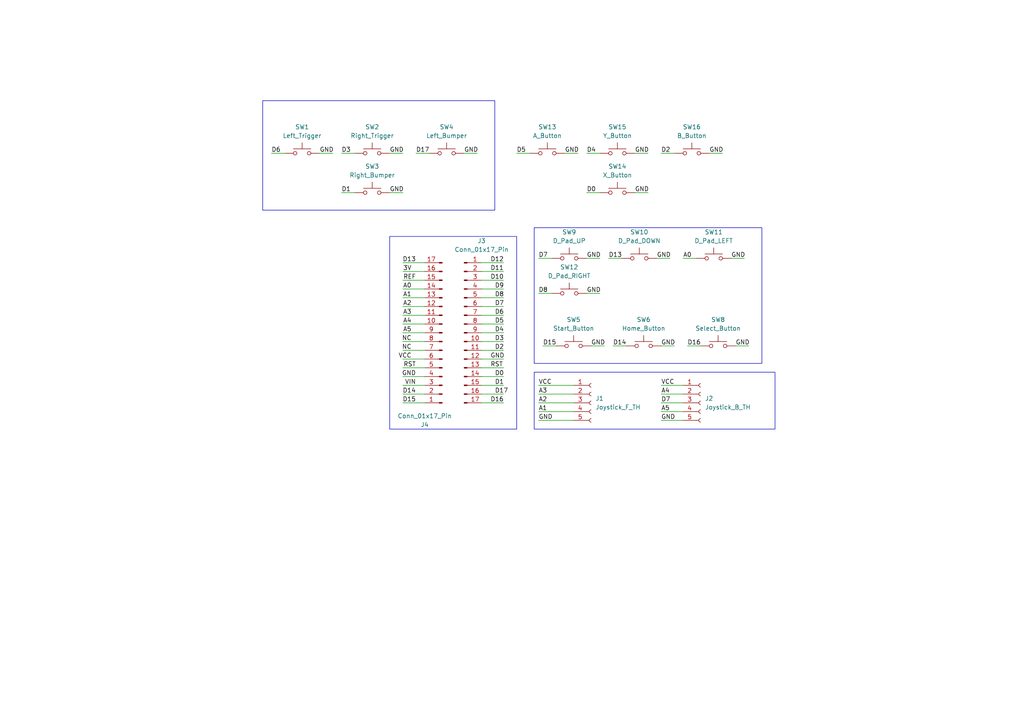
<source format=kicad_sch>
(kicad_sch (version 20231120) (generator "eeschema") (generator_version "8.0")
  (paper "A4")
  (lib_symbols
    (symbol "Connector:Conn_01x05_Socket" (pin_names (offset 1.016) hide)
      (property "Reference" "J" (at 0 7.62 0))
      (property "Value" "Conn_01x05_Socket" (at 0 -7.62 0))
      (symbol "Conn_01x05_Socket_1_1"
        (arc (start 0 -4.572) (mid -0.5058 -5.08) (end 0 -5.588) (stroke (width 0.1524)))
        (arc (start 0 -2.032) (mid -0.5058 -2.54) (end 0 -3.048) (stroke (width 0.1524)))
        (polyline (pts (xy -1.27 -5.08) (xy -0.508 -5.08)) (stroke (width 0.1524)))
        (polyline (pts (xy -1.27 -2.54) (xy -0.508 -2.54)) (stroke (width 0.1524)))
        (polyline (pts (xy -1.27 0) (xy -0.508 0)) (stroke (width 0.1524)))
        (polyline (pts (xy -1.27 2.54) (xy -0.508 2.54)) (stroke (width 0.1524)))
        (polyline (pts (xy -1.27 5.08) (xy -0.508 5.08)) (stroke (width 0.1524)))
        (arc (start 0 0.508) (mid -0.5058 0) (end 0 -0.508) (stroke (width 0.1524)))
        (arc (start 0 3.048) (mid -0.5058 2.54) (end 0 2.032) (stroke (width 0.1524)))
        (arc (start 0 5.588) (mid -0.5058 5.08) (end 0 4.572) (stroke (width 0.1524)))
        (pin passive line (at -5.08 5.08 0) (length 3.81) (name "Pin_1") (number "1"))
        (pin passive line (at -5.08 2.54 0) (length 3.81) (name "Pin_2") (number "2"))
        (pin passive line (at -5.08 0 0) (length 3.81) (name "Pin_3") (number "3"))
        (pin passive line (at -5.08 -2.54 0) (length 3.81) (name "Pin_4") (number "4"))
        (pin passive line (at -5.08 -5.08 0) (length 3.81) (name "Pin_5") (number "5"))
      )
    )
    (symbol "Connector:Conn_01x17_Pin" (pin_names (offset 1.016) hide)
      (property "Reference" "J" (at 0 22.86 0))
      (property "Value" "Conn_01x17_Pin" (at 0 -22.86 0))
      (symbol "Conn_01x17_Pin_1_1"
        (polyline (pts (xy 1.27 -20.32) (xy 0.8636 -20.32)) (stroke (width 0.1524)))
        (polyline (pts (xy 1.27 -17.78) (xy 0.8636 -17.78)) (stroke (width 0.1524)))
        (polyline (pts (xy 1.27 -15.24) (xy 0.8636 -15.24)) (stroke (width 0.1524)))
        (polyline (pts (xy 1.27 -12.7) (xy 0.8636 -12.7)) (stroke (width 0.1524)))
        (polyline (pts (xy 1.27 -10.16) (xy 0.8636 -10.16)) (stroke (width 0.1524)))
        (polyline (pts (xy 1.27 -7.62) (xy 0.8636 -7.62)) (stroke (width 0.1524)))
        (polyline (pts (xy 1.27 -5.08) (xy 0.8636 -5.08)) (stroke (width 0.1524)))
        (polyline (pts (xy 1.27 -2.54) (xy 0.8636 -2.54)) (stroke (width 0.1524)))
        (polyline (pts (xy 1.27 0) (xy 0.8636 0)) (stroke (width 0.1524)))
        (polyline (pts (xy 1.27 2.54) (xy 0.8636 2.54)) (stroke (width 0.1524)))
        (polyline (pts (xy 1.27 5.08) (xy 0.8636 5.08)) (stroke (width 0.1524)))
        (polyline (pts (xy 1.27 7.62) (xy 0.8636 7.62)) (stroke (width 0.1524)))
        (polyline (pts (xy 1.27 10.16) (xy 0.8636 10.16)) (stroke (width 0.1524)))
        (polyline (pts (xy 1.27 12.7) (xy 0.8636 12.7)) (stroke (width 0.1524)))
        (polyline (pts (xy 1.27 15.24) (xy 0.8636 15.24)) (stroke (width 0.1524)))
        (polyline (pts (xy 1.27 17.78) (xy 0.8636 17.78)) (stroke (width 0.1524)))
        (polyline (pts (xy 1.27 20.32) (xy 0.8636 20.32)) (stroke (width 0.1524)))
        (rectangle (start 0.8636 -20.193) (end 0 -20.447) (stroke (width 0.1524)) (fill (type outline)))
        (rectangle (start 0.8636 -17.653) (end 0 -17.907) (stroke (width 0.1524)) (fill (type outline)))
        (rectangle (start 0.8636 -15.113) (end 0 -15.367) (stroke (width 0.1524)) (fill (type outline)))
        (rectangle (start 0.8636 -12.573) (end 0 -12.827) (stroke (width 0.1524)) (fill (type outline)))
        (rectangle (start 0.8636 -10.033) (end 0 -10.287) (stroke (width 0.1524)) (fill (type outline)))
        (rectangle (start 0.8636 -7.493) (end 0 -7.747) (stroke (width 0.1524)) (fill (type outline)))
        (rectangle (start 0.8636 -4.953) (end 0 -5.207) (stroke (width 0.1524)) (fill (type outline)))
        (rectangle (start 0.8636 -2.413) (end 0 -2.667) (stroke (width 0.1524)) (fill (type outline)))
        (rectangle (start 0.8636 0.127) (end 0 -0.127) (stroke (width 0.1524)) (fill (type outline)))
        (rectangle (start 0.8636 2.667) (end 0 2.413) (stroke (width 0.1524)) (fill (type outline)))
        (rectangle (start 0.8636 5.207) (end 0 4.953) (stroke (width 0.1524)) (fill (type outline)))
        (rectangle (start 0.8636 7.747) (end 0 7.493) (stroke (width 0.1524)) (fill (type outline)))
        (rectangle (start 0.8636 10.287) (end 0 10.033) (stroke (width 0.1524)) (fill (type outline)))
        (rectangle (start 0.8636 12.827) (end 0 12.573) (stroke (width 0.1524)) (fill (type outline)))
        (rectangle (start 0.8636 15.367) (end 0 15.113) (stroke (width 0.1524)) (fill (type outline)))
        (rectangle (start 0.8636 17.907) (end 0 17.653) (stroke (width 0.1524)) (fill (type outline)))
        (rectangle (start 0.8636 20.447) (end 0 20.193) (stroke (width 0.1524)) (fill (type outline)))
        (pin passive line (at 5.08 20.32 180) (length 3.81) (name "Pin_1") (number "1"))
        (pin passive line (at 5.08 -2.54 180) (length 3.81) (name "Pin_10") (number "10"))
        (pin passive line (at 5.08 -5.08 180) (length 3.81) (name "Pin_11") (number "11"))
        (pin passive line (at 5.08 -7.62 180) (length 3.81) (name "Pin_12") (number "12"))
        (pin passive line (at 5.08 -10.16 180) (length 3.81) (name "Pin_13") (number "13"))
        (pin passive line (at 5.08 -12.7 180) (length 3.81) (name "Pin_14") (number "14"))
        (pin passive line (at 5.08 -15.24 180) (length 3.81) (name "Pin_15") (number "15"))
        (pin passive line (at 5.08 -17.78 180) (length 3.81) (name "Pin_16") (number "16"))
        (pin passive line (at 5.08 -20.32 180) (length 3.81) (name "Pin_17") (number "17"))
        (pin passive line (at 5.08 17.78 180) (length 3.81) (name "Pin_2") (number "2"))
        (pin passive line (at 5.08 15.24 180) (length 3.81) (name "Pin_3") (number "3"))
        (pin passive line (at 5.08 12.7 180) (length 3.81) (name "Pin_4") (number "4"))
        (pin passive line (at 5.08 10.16 180) (length 3.81) (name "Pin_5") (number "5"))
        (pin passive line (at 5.08 7.62 180) (length 3.81) (name "Pin_6") (number "6"))
        (pin passive line (at 5.08 5.08 180) (length 3.81) (name "Pin_7") (number "7"))
        (pin passive line (at 5.08 2.54 180) (length 3.81) (name "Pin_8") (number "8"))
        (pin passive line (at 5.08 0 180) (length 3.81) (name "Pin_9") (number "9"))
      )
    )
    (symbol "Switch:SW_Push" (pin_numbers hide) (pin_names (offset 1.016) hide)
      (property "Reference" "SW" (at 1.27 2.54 0))
      (property "Value" "SW_Push" (at 0 -1.524 0))
      (symbol "SW_Push_0_1"
        (circle (center -2.032 0) (radius 0.508))
        (polyline (pts (xy 0 1.27) (xy 0 3.048)))
        (polyline (pts (xy 2.54 1.27) (xy -2.54 1.27)))
        (circle (center 2.032 0) (radius 0.508))
        (pin passive line (at -5.08 0 0) (length 2.54) (name "1") (number "1"))
        (pin passive line (at 5.08 0 180) (length 2.54) (name "2") (number "2"))
      )
    )
  )
  (wire (pts (xy 139.7 106.68) (xy 146.05 106.68)))
  (wire (pts (xy 139.7 88.9) (xy 146.05 88.9)))
  (wire (pts (xy 191.77 100.33) (xy 195.58 100.33)))
  (wire (pts (xy 184.15 55.88) (xy 187.96 55.88)))
  (wire (pts (xy 139.7 116.84) (xy 146.05 116.84)))
  (wire (pts (xy 190.5 74.93) (xy 194.31 74.93)))
  (wire (pts (xy 166.37 114.3) (xy 156.21 114.3)))
  (wire (pts (xy 116.84 78.74) (xy 123.19 78.74)))
  (wire (pts (xy 99.06 55.88) (xy 102.87 55.88)))
  (wire (pts (xy 139.7 101.6) (xy 146.05 101.6)))
  (wire (pts (xy 116.84 86.36) (xy 123.19 86.36)))
  (wire (pts (xy 139.7 81.28) (xy 146.05 81.28)))
  (wire (pts (xy 171.45 100.33) (xy 175.26 100.33)))
  (wire (pts (xy 191.77 116.84) (xy 198.12 116.84)))
  (wire (pts (xy 113.03 44.45) (xy 116.84 44.45)))
  (wire (pts (xy 191.77 111.76) (xy 198.12 111.76)))
  (wire (pts (xy 116.84 106.68) (xy 123.19 106.68)))
  (wire (pts (xy 139.7 99.06) (xy 146.05 99.06)))
  (wire (pts (xy 191.77 119.38) (xy 198.12 119.38)))
  (wire (pts (xy 116.84 111.76) (xy 123.19 111.76)))
  (wire (pts (xy 123.19 104.14) (xy 116.84 104.14)))
  (wire (pts (xy 176.53 74.93) (xy 180.34 74.93)))
  (wire (pts (xy 191.77 44.45) (xy 195.58 44.45)))
  (wire (pts (xy 123.19 93.98) (xy 116.84 93.98)))
  (wire (pts (xy 184.15 44.45) (xy 187.96 44.45)))
  (wire (pts (xy 170.18 85.09) (xy 173.99 85.09)))
  (wire (pts (xy 123.19 99.06) (xy 116.84 99.06)))
  (wire (pts (xy 213.36 100.33) (xy 217.17 100.33)))
  (wire (pts (xy 156.21 85.09) (xy 160.02 85.09)))
  (wire (pts (xy 78.74 44.45) (xy 82.55 44.45)))
  (wire (pts (xy 123.19 116.84) (xy 116.84 116.84)))
  (wire (pts (xy 163.83 44.45) (xy 167.64 44.45)))
  (wire (pts (xy 123.19 96.52) (xy 116.84 96.52)))
  (wire (pts (xy 191.77 114.3) (xy 198.12 114.3)))
  (wire (pts (xy 123.19 114.3) (xy 116.84 114.3)))
  (wire (pts (xy 139.7 91.44) (xy 146.05 91.44)))
  (wire (pts (xy 170.18 55.88) (xy 173.99 55.88)))
  (wire (pts (xy 170.18 74.93) (xy 173.99 74.93)))
  (wire (pts (xy 212.09 74.93) (xy 215.9 74.93)))
  (wire (pts (xy 149.86 44.45) (xy 153.67 44.45)))
  (wire (pts (xy 116.84 109.22) (xy 123.19 109.22)))
  (wire (pts (xy 123.19 101.6) (xy 116.84 101.6)))
  (wire (pts (xy 123.19 83.82) (xy 116.84 83.82)))
  (wire (pts (xy 139.7 83.82) (xy 146.05 83.82)))
  (wire (pts (xy 99.06 44.45) (xy 102.87 44.45)))
  (wire (pts (xy 134.62 44.45) (xy 138.43 44.45)))
  (wire (pts (xy 177.8 100.33) (xy 181.61 100.33)))
  (wire (pts (xy 139.7 76.2) (xy 146.05 76.2)))
  (wire (pts (xy 92.71 44.45) (xy 96.52 44.45)))
  (wire (pts (xy 116.84 81.28) (xy 123.19 81.28)))
  (wire (pts (xy 198.12 74.93) (xy 201.93 74.93)))
  (wire (pts (xy 166.37 116.84) (xy 156.21 116.84)))
  (wire (pts (xy 157.48 100.33) (xy 161.29 100.33)))
  (wire (pts (xy 166.37 121.92) (xy 156.21 121.92)))
  (wire (pts (xy 116.84 88.9) (xy 123.19 88.9)))
  (wire (pts (xy 139.7 93.98) (xy 146.05 93.98)))
  (wire (pts (xy 139.7 114.3) (xy 146.05 114.3)))
  (wire (pts (xy 170.18 44.45) (xy 173.99 44.45)))
  (wire (pts (xy 120.65 44.45) (xy 124.46 44.45)))
  (wire (pts (xy 139.7 96.52) (xy 146.05 96.52)))
  (wire (pts (xy 199.39 100.33) (xy 203.2 100.33)))
  (wire (pts (xy 166.37 111.76) (xy 156.21 111.76)))
  (wire (pts (xy 191.77 121.92) (xy 198.12 121.92)))
  (wire (pts (xy 205.74 44.45) (xy 209.55 44.45)))
  (wire (pts (xy 139.7 104.14) (xy 146.05 104.14)))
  (wire (pts (xy 156.21 74.93) (xy 160.02 74.93)))
  (wire (pts (xy 123.19 76.2) (xy 116.84 76.2)))
  (wire (pts (xy 139.7 109.22) (xy 146.05 109.22)))
  (wire (pts (xy 139.7 78.74) (xy 146.05 78.74)))
  (wire (pts (xy 166.37 119.38) (xy 156.21 119.38)))
  (wire (pts (xy 139.7 111.76) (xy 146.05 111.76)))
  (wire (pts (xy 123.19 91.44) (xy 116.84 91.44)))
  (wire (pts (xy 139.7 86.36) (xy 146.05 86.36)))
  (wire (pts (xy 113.03 55.88) (xy 116.84 55.88)))
  (rectangle (start 113.03 68.58) (end 149.86 124.46))
  (rectangle (start 154.94 107.95) (end 224.79 124.46))
  (rectangle (start 76.2 29.21) (end 143.51 60.96))
  (rectangle (start 154.94 66.04) (end 220.98 105.41))
  (label "D16" (at 199.39 100.33 0))
  (label "VCC" (at 119.38 104.14 180))
  (label "D5" (at 149.86 44.45 0))
  (label "D1" (at 143.51 111.76 0))
  (label "D10" (at 142.24 81.28 0))
  (label "GND" (at 184.15 55.88 0))
  (label "D7" (at 191.77 116.84 0))
  (label "GND" (at 163.83 44.45 0))
  (label "A0" (at 198.12 74.93 0))
  (label "VCC" (at 191.77 111.76 0))
  (label "GND" (at 170.18 85.09 0))
  (label "VCC" (at 156.21 111.76 0))
  (label "GND" (at 171.45 100.33 0))
  (label "GND" (at 156.21 121.92 0))
  (label "RST" (at 142.24 106.68 0))
  (label "D6" (at 143.51 91.44 0))
  (label "A5" (at 191.77 119.38 0))
  (label "D0" (at 143.51 109.22 0))
  (label "A4" (at 191.77 114.3 0))
  (label "NC" (at 119.38 101.6 180))
  (label "GND" (at 113.03 55.88 0))
  (label "GND" (at 212.09 74.93 0))
  (label "3V" (at 119.38 78.74 180))
  (label "D7" (at 156.21 74.93 0))
  (label "D14" (at 120.65 114.3 180))
  (label "GND" (at 142.24 104.14 0))
  (label "A0" (at 119.38 83.82 180))
  (label "GND" (at 213.36 100.33 0))
  (label "A1" (at 119.38 86.36 180))
  (label "A5" (at 119.38 96.52 180))
  (label "D2" (at 143.51 101.6 0))
  (label "GND" (at 184.15 44.45 0))
  (label "D17" (at 120.65 44.45 0))
  (label "D0" (at 170.18 55.88 0))
  (label "D3" (at 143.51 99.06 0))
  (label "GND" (at 134.62 44.45 0))
  (label "VIN" (at 120.65 111.76 180))
  (label "D7" (at 143.51 88.9 0))
  (label "GND" (at 205.74 44.45 0))
  (label "D13" (at 120.65 76.2 180))
  (label "GND" (at 190.5 74.93 0))
  (label "REF" (at 120.65 81.28 180))
  (label "GND" (at 120.65 109.22 180))
  (label "A4" (at 119.38 93.98 180))
  (label "D5" (at 143.51 93.98 0))
  (label "GND" (at 191.77 100.33 0))
  (label "A3" (at 119.38 91.44 180))
  (label "RST" (at 120.65 106.68 180))
  (label "D8" (at 143.51 86.36 0))
  (label "D8" (at 156.21 85.09 0))
  (label "D9" (at 143.51 83.82 0))
  (label "D6" (at 78.74 44.45 0))
  (label "D16" (at 142.24 116.84 0))
  (label "D15" (at 157.48 100.33 0))
  (label "D12" (at 142.24 76.2 0))
  (label "A2" (at 156.21 116.84 0))
  (label "D2" (at 191.77 44.45 0))
  (label "A1" (at 156.21 119.38 0))
  (label "D15" (at 120.65 116.84 180))
  (label "A2" (at 119.38 88.9 180))
  (label "GND" (at 191.77 121.92 0))
  (label "GND" (at 170.18 74.93 0))
  (label "D1" (at 99.06 55.88 0))
  (label "GND" (at 113.03 44.45 0))
  (label "D13" (at 176.53 74.93 0))
  (label "D17" (at 143.51 114.3 0))
  (label "D14" (at 177.8 100.33 0))
  (label "D4" (at 170.18 44.45 0))
  (label "D4" (at 143.51 96.52 0))
  (label "D11" (at 142.24 78.74 0))
  (label "NC" (at 119.38 99.06 180))
  (label "A3" (at 156.21 114.3 0))
  (label "GND" (at 92.71 44.45 0))
  (label "D3" (at 99.06 44.45 0))
  (symbol (lib_id "Switch:SW_Push") (at 165.1 85.09 0) (unit 1)
    (property "Reference" "SW12" (at 165.1 77.47 0))
    (property "Value" "D_Pad_RIGHT" (at 165.1 80.01 0))
    (property "Footprint" "Downloads:SW_BUTT-2" (effects (hide yes)))
    (property "Description" "Push button switch, generic, two pins" (effects (hide yes)))
  )
  (symbol (lib_id "Switch:SW_Push") (at 185.42 74.93 0) (unit 1)
    (property "Reference" "SW10" (at 185.42 67.31 0))
    (property "Value" "D_Pad_DOWN" (at 185.42 69.85 0))
    (property "Footprint" "Downloads:SW_BUTT-2" (effects (hide yes)))
    (property "Description" "Push button switch, generic, two pins" (effects (hide yes)))
  )
  (symbol (lib_id "Switch:SW_Push") (at 166.37 100.33 0) (unit 1)
    (property "Reference" "SW5" (at 166.37 92.71 0))
    (property "Value" "Start_Button" (at 166.37 95.25 0))
    (property "Footprint" "Downloads:SW_BUTT-2" (effects (hide yes)))
    (property "Description" "Push button switch, generic, two pins" (effects (hide yes)))
  )
  (symbol (lib_id "Connector:Conn_01x17_Pin") (at 134.62 96.52 0) (unit 1)
    (property "Reference" "J3" (at 139.7 69.85 0))
    (property "Value" "Conn_01x17_Pin" (at 139.7 72.39 0))
    (property "Footprint" "Connector_PinSocket_2.54mm:PinSocket_1x17_P2.54mm_Vertical" (effects (hide yes)))
  )
  (symbol (lib_id "Connector:Conn_01x05_Socket") (at 203.2 116.84 0) (unit 1)
    (property "Reference" "J2" (at 204.47 115.5699 0) (effects (justify left)))
    (property "Value" "Joystick_B_TH" (at 204.47 118.1099 0) (effects (justify left)))
    (property "Footprint" "Connector_PinSocket_2.54mm:PinSocket_1x05_P2.54mm_Vertical" (effects (hide yes)))
  )
  (symbol (lib_id "Switch:SW_Push") (at 208.28 100.33 0) (unit 1)
    (property "Reference" "SW8" (at 208.28 92.71 0))
    (property "Value" "Select_Button" (at 208.28 95.25 0))
    (property "Footprint" "Downloads:SW_BUTT-2" (effects (hide yes)))
    (property "Description" "Push button switch, generic, two pins" (effects (hide yes)))
  )
  (symbol (lib_id "Connector:Conn_01x05_Socket") (at 171.45 116.84 0) (unit 1)
    (property "Reference" "J1" (at 172.72 115.5699 0) (effects (justify left)))
    (property "Value" "Joystick_F_TH" (at 172.72 118.1099 0) (effects (justify left)))
    (property "Footprint" "Connector_PinSocket_2.54mm:PinSocket_1x05_P2.54mm_Vertical" (effects (hide yes)))
  )
  (symbol (lib_id "Switch:SW_Push") (at 87.63 44.45 0) (unit 1)
    (property "Reference" "SW1" (at 87.63 36.83 0))
    (property "Value" "Left_Trigger" (at 87.63 39.37 0))
    (property "Footprint" "Downloads:SW_BUTT-2" (effects (hide yes)))
    (property "Description" "Push button switch, generic, two pins" (effects (hide yes)))
  )
  (symbol (lib_id "Switch:SW_Push") (at 107.95 55.88 0) (unit 1)
    (property "Reference" "SW3" (at 107.95 48.26 0))
    (property "Value" "Right_Bumper" (at 107.95 50.8 0))
    (property "Footprint" "Downloads:SW_BUTT-2" (effects (hide yes)))
    (property "Description" "Push button switch, generic, two pins" (effects (hide yes)))
  )
  (symbol (lib_id "Switch:SW_Push") (at 207.01 74.93 0) (unit 1)
    (property "Reference" "SW11" (at 207.01 67.31 0))
    (property "Value" "D_Pad_LEFT" (at 207.01 69.85 0))
    (property "Footprint" "Downloads:SW_BUTT-2" (effects (hide yes)))
    (property "Description" "Push button switch, generic, two pins" (effects (hide yes)))
  )
  (symbol (lib_id "Switch:SW_Push") (at 158.75 44.45 0) (unit 1)
    (property "Reference" "SW13" (at 158.75 36.83 0))
    (property "Value" "A_Button" (at 158.75 39.37 0))
    (property "Footprint" "Downloads:SW_BUTT-2" (effects (hide yes)))
    (property "Description" "Push button switch, generic, two pins" (effects (hide yes)))
  )
  (symbol (lib_id "Switch:SW_Push") (at 107.95 44.45 0) (unit 1)
    (property "Reference" "SW2" (at 107.95 36.83 0))
    (property "Value" "Right_Trigger" (at 107.95 39.37 0))
    (property "Footprint" "Downloads:SW_BUTT-2" (effects (hide yes)))
    (property "Description" "Push button switch, generic, two pins" (effects (hide yes)))
  )
  (symbol (lib_id "Switch:SW_Push") (at 129.54 44.45 0) (unit 1)
    (property "Reference" "SW4" (at 129.54 36.83 0))
    (property "Value" "Left_Bumper" (at 129.54 39.37 0))
    (property "Footprint" "Downloads:SW_BUTT-2" (effects (hide yes)))
    (property "Description" "Push button switch, generic, two pins" (effects (hide yes)))
  )
  (symbol (lib_id "Connector:Conn_01x17_Pin") (at 128.27 96.52 180) (unit 1)
    (property "Reference" "J4" (at 123.19 123.19 0))
    (property "Value" "Conn_01x17_Pin" (at 123.19 120.65 0))
    (property "Footprint" "Connector_PinSocket_2.54mm:PinSocket_1x17_P2.54mm_Vertical" (effects (hide yes)))
  )
  (symbol (lib_id "Switch:SW_Push") (at 186.69 100.33 0) (unit 1)
    (property "Reference" "SW6" (at 186.69 92.71 0))
    (property "Value" "Home_Button" (at 186.69 95.25 0))
    (property "Footprint" "Downloads:SW_BUTT-2" (effects (hide yes)))
    (property "Description" "Push button switch, generic, two pins" (effects (hide yes)))
  )
  (symbol (lib_id "Switch:SW_Push") (at 179.07 44.45 0) (unit 1)
    (property "Reference" "SW15" (at 179.07 36.83 0))
    (property "Value" "Y_Button" (at 179.07 39.37 0))
    (property "Footprint" "Downloads:SW_BUTT-2" (effects (hide yes)))
    (property "Description" "Push button switch, generic, two pins" (effects (hide yes)))
  )
  (symbol (lib_id "Switch:SW_Push") (at 165.1 74.93 0) (unit 1)
    (property "Reference" "SW9" (at 165.1 67.31 0))
    (property "Value" "D_Pad_UP" (at 165.1 69.85 0))
    (property "Footprint" "Downloads:SW_BUTT-2" (effects (hide yes)))
    (property "Description" "Push button switch, generic, two pins" (effects (hide yes)))
  )
  (symbol (lib_id "Switch:SW_Push") (at 200.66 44.45 0) (unit 1)
    (property "Reference" "SW16" (at 200.66 36.83 0))
    (property "Value" "B_Button" (at 200.66 39.37 0))
    (property "Footprint" "Downloads:SW_BUTT-2" (effects (hide yes)))
    (property "Description" "Push button switch, generic, two pins" (effects (hide yes)))
  )
  (symbol (lib_id "Switch:SW_Push") (at 179.07 55.88 0) (unit 1)
    (property "Reference" "SW14" (at 179.07 48.26 0))
    (property "Value" "X_Button" (at 179.07 50.8 0))
    (property "Footprint" "Downloads:SW_BUTT-2" (effects (hide yes)))
    (property "Description" "Push button switch, generic, two pins" (effects (hide yes)))
  )
)
</source>
